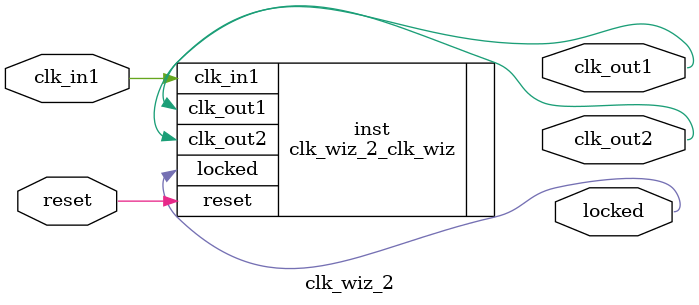
<source format=v>


`timescale 1ps/1ps

(* CORE_GENERATION_INFO = "clk_wiz_2,clk_wiz_v6_0_2_0_0,{component_name=clk_wiz_2,use_phase_alignment=true,use_min_o_jitter=false,use_max_i_jitter=false,use_dyn_phase_shift=false,use_inclk_switchover=false,use_dyn_reconfig=false,enable_axi=0,feedback_source=FDBK_AUTO,PRIMITIVE=MMCM,num_out_clk=2,clkin1_period=14.286,clkin2_period=10.0,use_power_down=false,use_reset=true,use_locked=true,use_inclk_stopped=false,feedback_type=SINGLE,CLOCK_MGR_TYPE=NA,manual_override=false}" *)

module clk_wiz_2 
 (
  // Clock out ports
  output        clk_out1,
  output        clk_out2,
  // Status and control signals
  input         reset,
  output        locked,
 // Clock in ports
  input         clk_in1
 );

  clk_wiz_2_clk_wiz inst
  (
  // Clock out ports  
  .clk_out1(clk_out1),
  .clk_out2(clk_out2),
  // Status and control signals               
  .reset(reset), 
  .locked(locked),
 // Clock in ports
  .clk_in1(clk_in1)
  );

endmodule

</source>
